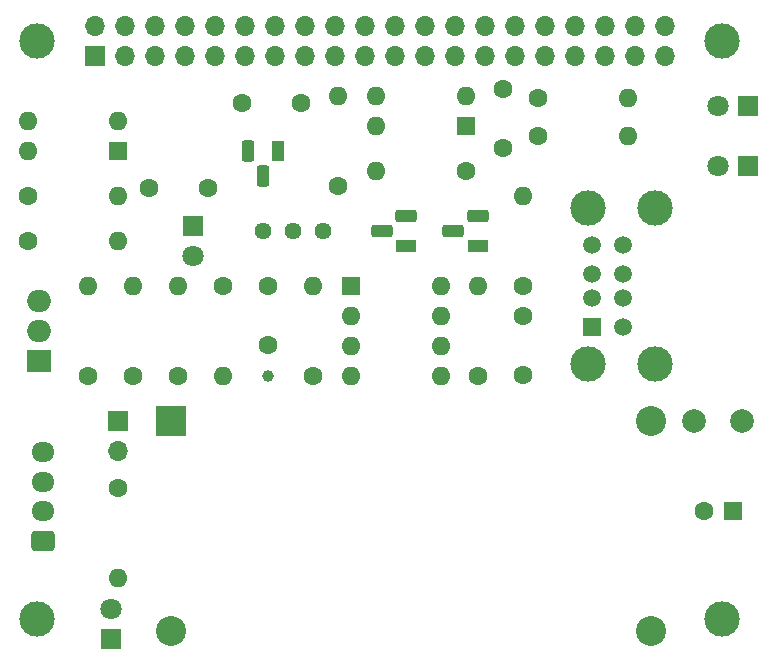
<source format=gts>
%TF.GenerationSoftware,KiCad,Pcbnew,7.0.9*%
%TF.CreationDate,2023-12-05T18:08:32+01:00*%
%TF.ProjectId,RPi_Car_HAT,5250695f-4361-4725-9f48-41542e6b6963,rev?*%
%TF.SameCoordinates,Original*%
%TF.FileFunction,Soldermask,Top*%
%TF.FilePolarity,Negative*%
%FSLAX46Y46*%
G04 Gerber Fmt 4.6, Leading zero omitted, Abs format (unit mm)*
G04 Created by KiCad (PCBNEW 7.0.9) date 2023-12-05 18:08:32*
%MOMM*%
%LPD*%
G01*
G04 APERTURE LIST*
G04 Aperture macros list*
%AMRoundRect*
0 Rectangle with rounded corners*
0 $1 Rounding radius*
0 $2 $3 $4 $5 $6 $7 $8 $9 X,Y pos of 4 corners*
0 Add a 4 corners polygon primitive as box body*
4,1,4,$2,$3,$4,$5,$6,$7,$8,$9,$2,$3,0*
0 Add four circle primitives for the rounded corners*
1,1,$1+$1,$2,$3*
1,1,$1+$1,$4,$5*
1,1,$1+$1,$6,$7*
1,1,$1+$1,$8,$9*
0 Add four rect primitives between the rounded corners*
20,1,$1+$1,$2,$3,$4,$5,0*
20,1,$1+$1,$4,$5,$6,$7,0*
20,1,$1+$1,$6,$7,$8,$9,0*
20,1,$1+$1,$8,$9,$2,$3,0*%
G04 Aperture macros list end*
%ADD10C,3.000000*%
%ADD11C,1.000000*%
%ADD12C,1.600000*%
%ADD13O,1.600000X1.600000*%
%ADD14C,1.440000*%
%ADD15R,1.600000X1.600000*%
%ADD16R,1.500000X1.500000*%
%ADD17C,1.500000*%
%ADD18R,1.800000X1.100000*%
%ADD19RoundRect,0.275000X0.625000X-0.275000X0.625000X0.275000X-0.625000X0.275000X-0.625000X-0.275000X0*%
%ADD20R,1.800000X1.800000*%
%ADD21C,1.800000*%
%ADD22RoundRect,0.250000X0.725000X-0.600000X0.725000X0.600000X-0.725000X0.600000X-0.725000X-0.600000X0*%
%ADD23O,1.950000X1.700000*%
%ADD24R,1.100000X1.800000*%
%ADD25RoundRect,0.275000X0.275000X0.625000X-0.275000X0.625000X-0.275000X-0.625000X0.275000X-0.625000X0*%
%ADD26R,2.540000X2.540000*%
%ADD27C,2.540000*%
%ADD28R,2.000000X1.905000*%
%ADD29O,2.000000X1.905000*%
%ADD30C,2.000000*%
%ADD31R,1.700000X1.700000*%
%ADD32O,1.700000X1.700000*%
G04 APERTURE END LIST*
D10*
X82040000Y-64310000D03*
X140040000Y-64330000D03*
X82040000Y-113320000D03*
X140030000Y-113310000D03*
D11*
X101600000Y-92710000D03*
D12*
X119380000Y-92710000D03*
D13*
X119380000Y-85090000D03*
D14*
X101184755Y-80425244D03*
X103724755Y-80425244D03*
X106264755Y-80425244D03*
D15*
X88890000Y-73665000D03*
D13*
X88890000Y-71125000D03*
X81270000Y-71125000D03*
X81270000Y-73665000D03*
D16*
X129010000Y-88590000D03*
D17*
X129010000Y-86090000D03*
X129010000Y-84090000D03*
X129010000Y-81590000D03*
X131630000Y-88590000D03*
X131630000Y-86090000D03*
X131630000Y-84090000D03*
X131630000Y-81590000D03*
D10*
X128660000Y-91660000D03*
X134340000Y-91660000D03*
X128660000Y-78520000D03*
X134340000Y-78520000D03*
D12*
X124460000Y-69215000D03*
D13*
X132080000Y-69215000D03*
D12*
X107534755Y-76615244D03*
D13*
X107534755Y-68995244D03*
D12*
X86360000Y-92710000D03*
D13*
X86360000Y-85090000D03*
D18*
X119364755Y-81695244D03*
D19*
X117294755Y-80425244D03*
X119364755Y-79155244D03*
D12*
X91480000Y-76835000D03*
X96480000Y-76835000D03*
D15*
X108595000Y-85100000D03*
D13*
X108595000Y-87640000D03*
X108595000Y-90180000D03*
X108595000Y-92720000D03*
X116215000Y-92720000D03*
X116215000Y-90180000D03*
X116215000Y-87640000D03*
X116215000Y-85100000D03*
D20*
X88265000Y-114940000D03*
D21*
X88265000Y-112400000D03*
D20*
X142240000Y-74930000D03*
D21*
X139700000Y-74930000D03*
D18*
X113315000Y-81695244D03*
D19*
X111245000Y-80425244D03*
X113315000Y-79155244D03*
D12*
X88900000Y-102235000D03*
D13*
X88900000Y-109855000D03*
D20*
X142240000Y-69850000D03*
D21*
X139700000Y-69850000D03*
D12*
X124460000Y-72390000D03*
D13*
X132080000Y-72390000D03*
D12*
X93980000Y-92710000D03*
D13*
X93980000Y-85090000D03*
D12*
X105410000Y-92710000D03*
D13*
X105410000Y-85090000D03*
D22*
X82550000Y-106680000D03*
D23*
X82550000Y-104180000D03*
X82550000Y-101680000D03*
X82550000Y-99180000D03*
D15*
X118319755Y-71540244D03*
D13*
X118319755Y-69000244D03*
X110699755Y-69000244D03*
X110699755Y-71540244D03*
D24*
X102454755Y-73675244D03*
D25*
X101184755Y-75745244D03*
X99914755Y-73675244D03*
D12*
X81280000Y-77470000D03*
D13*
X88900000Y-77470000D03*
D15*
X140970000Y-104140000D03*
D12*
X138470000Y-104140000D03*
D26*
X93345000Y-96520000D03*
D27*
X93345000Y-114300000D03*
X133985000Y-114300000D03*
X133985000Y-96520000D03*
D12*
X97790000Y-85090000D03*
D13*
X97790000Y-92710000D03*
D28*
X82225000Y-91440000D03*
D29*
X82225000Y-88900000D03*
X82225000Y-86360000D03*
D12*
X123190000Y-87670000D03*
X123190000Y-92670000D03*
D20*
X95250000Y-80005000D03*
D21*
X95250000Y-82545000D03*
D12*
X118329755Y-75345244D03*
D13*
X110709755Y-75345244D03*
D12*
X101600000Y-90130000D03*
X101600000Y-85130000D03*
D30*
X137700000Y-96520000D03*
X141700000Y-96520000D03*
D31*
X88900000Y-96520000D03*
D32*
X88900000Y-99060000D03*
D12*
X90170000Y-92710000D03*
D13*
X90170000Y-85090000D03*
D12*
X123190000Y-85090000D03*
D13*
X123190000Y-77470000D03*
D12*
X104359755Y-69630244D03*
X99359755Y-69630244D03*
X81280000Y-81280000D03*
D13*
X88900000Y-81280000D03*
D12*
X121504755Y-73440244D03*
X121504755Y-68440244D03*
D31*
X86920000Y-65590000D03*
D32*
X86920000Y-63050000D03*
X89460000Y-65590000D03*
X89460000Y-63050000D03*
X92000000Y-65590000D03*
X92000000Y-63050000D03*
X94540000Y-65590000D03*
X94540000Y-63050000D03*
X97080000Y-65590000D03*
X97080000Y-63050000D03*
X99620000Y-65590000D03*
X99620000Y-63050000D03*
X102160000Y-65590000D03*
X102160000Y-63050000D03*
X104700000Y-65590000D03*
X104700000Y-63050000D03*
X107240000Y-65590000D03*
X107240000Y-63050000D03*
X109780000Y-65590000D03*
X109780000Y-63050000D03*
X112320000Y-65590000D03*
X112320000Y-63050000D03*
X114860000Y-65590000D03*
X114860000Y-63050000D03*
X117400000Y-65590000D03*
X117400000Y-63050000D03*
X119940000Y-65590000D03*
X119940000Y-63050000D03*
X122480000Y-65590000D03*
X122480000Y-63050000D03*
X125020000Y-65590000D03*
X125020000Y-63050000D03*
X127560000Y-65590000D03*
X127560000Y-63050000D03*
X130100000Y-65590000D03*
X130100000Y-63050000D03*
X132640000Y-65590000D03*
X132640000Y-63050000D03*
X135180000Y-65590000D03*
X135180000Y-63050000D03*
M02*

</source>
